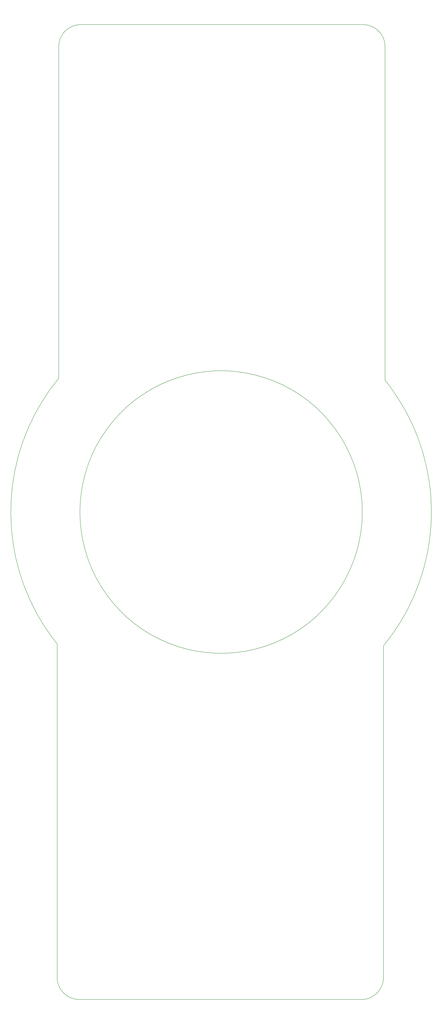
<source format=gm1>
%FSTAX44Y44*%
%MOMM*%
%SFA1B1*%

%IPPOS*%
%ADD11C,0.250000*%
%ADD18C,0.253999*%
%LNpcb1-1*%
%LPD*%
G54D11*
X-0052882Y044277D02*
X01475902D01*
X01632461Y01911477D02*
Y0427114D01*
X-00678808Y01925142D02*
Y04277711D01*
X-00533491Y-02472299D02*
X01471231D01*
X01621219Y00030175D02*
Y-02322311D01*
X-00690051Y00044395D02*
Y-02315739D01*
G54D18*
X01471219Y00977699D02*
D01*
X01468783Y01047456*
X01461488Y01116873*
X01449367Y01185611*
X01432481Y01253337*
X01410912Y01319719*
X01384765Y01384436*
X01354167Y01447171*
X01319267Y01507619*
X01280236Y01565485*
X01237264Y01620487*
X01190559Y01672358*
X0114035Y01720844*
X01086881Y0176571*
X01030412Y01806737*
X00971219Y01843725*
X00909591Y01876493*
X00845826Y01904883*
X00780236Y01928756*
X00713141Y01947995*
X00644868Y01962507*
X00575748Y01972221*
X00506119Y0197709*
X0043632*
X00366691Y01972221*
X00297571Y01962507*
X00229297Y01947995*
X00162202Y01928756*
X00096613Y01904883*
X00032848Y01876493*
X-00028779Y01843725*
X-00087972Y01806737*
X-00144441Y0176571*
X-0019791Y01720844*
X-00248119Y01672358*
X-00294824Y01620487*
X-00337796Y01565485*
X-00376828Y01507619*
X-00411727Y01447171*
X-00442325Y01384436*
X-00468472Y01319719*
X-00490041Y01253337*
X-00506927Y01185611*
X-00519047Y01116873*
X-00526343Y01047456*
X-00528779Y00977699*
X-00526343Y00907943*
X-00519047Y00838526*
X-00506927Y00769788*
X-00490041Y00702062*
X-00468472Y00635679*
X-00442325Y00570963*
X-00411727Y00508228*
X-00376828Y0044778*
X-00337796Y00389914*
X-00294824Y00334912*
X-00248119Y00283041*
X-0019791Y00234555*
X-00144441Y00189689*
X-00087972Y00148662*
X-00028779Y00111674*
X00032848Y00078905*
X00096613Y00050516*
X00162202Y00026643*
X00229297Y00007404*
X00297571Y-00007107*
X00366691Y-00016821*
X0043632Y-0002169*
X00506119*
X00575748Y-00016821*
X00644868Y-00007107*
X00713141Y00007404*
X00780236Y00026643*
X00845826Y00050516*
X00909591Y00078905*
X00971219Y00111674*
X01030412Y00148662*
X01086881Y00189689*
X0114035Y00234555*
X01190559Y00283041*
X01237264Y00334912*
X01280236Y00389914*
X01319267Y0044778*
X01354167Y00508228*
X01384765Y00570963*
X01410912Y00635679*
X01432481Y00702062*
X01449367Y00769788*
X01461488Y00838526*
X01468783Y00907943*
X01471219Y00977699*
X01621166Y00030218D02*
D01*
X01684458Y00112743*
X01741839Y00199481*
X0179303Y00290011*
X0183778Y00383891*
X01875874Y00480664*
X01907123Y00579858*
X01931378Y00680991*
X01948518Y00783569*
X01958461Y00887093*
X01961159Y00991058*
X01956598Y01094959*
X019448Y01198288*
X01925823Y01300542*
X01899759Y01401224*
X01866735Y01499842*
X01826913Y01595917*
X01780486Y01688979*
X01727681Y01778576*
X01668754Y01864272*
X01632343Y0191145*
X-00678779Y01925118D02*
D01*
X-00742067Y01842591*
X-00799443Y01755849*
X-00850629Y01665317*
X-00895374Y01571434*
X-00933462Y01474659*
X-00964707Y01375463*
X-00988956Y01274329*
X-0100609Y0117175*
X-01016028Y01068225*
X-0101872Y00964259*
X-01014153Y00860359*
X-0100235Y0075703*
X-00983367Y00654777*
X-00957298Y00554097*
X-00924269Y0045548*
X-00884441Y00359408*
X-00838009Y00266348*
X-00785199Y00176754*
X-00726267Y00091062*
X-00690179Y00044292*
X-00522408Y04427748D02*
D01*
X-00533318Y04427367*
X-00544175Y04426226*
X-00554926Y04424331*
X-00565518Y0442169*
X-005759Y04418316*
X-00586022Y04414227*
X-00595834Y04409441*
X-00605288Y04403983*
X-00614338Y04397879*
X-0062294Y04391158*
X-00631053Y04383853*
X-00638636Y04376*
X-00645653Y04367638*
X-0065207Y04358806*
X-00657855Y04349548*
X-0066298Y0433991*
X-0066742Y04329937*
X-00671154Y04319679*
X-00674163Y04309185*
X-00676432Y04298507*
X-00677952Y04287697*
X-00678713Y04276807*
X-00678808Y04271348*
X01632461Y0427114D02*
D01*
X0163208Y0428205*
X01630939Y04292907*
X01629044Y04303658*
X01626403Y0431425*
X01623029Y04324632*
X0161894Y04334754*
X01614154Y04344566*
X01608696Y0435402*
X01602592Y0436307*
X01595871Y04371672*
X01588566Y04379785*
X01580713Y04387368*
X01572351Y04394385*
X01563519Y04400802*
X01554261Y04406587*
X01544623Y04411712*
X0153465Y04416152*
X01524392Y04419886*
X01513898Y04422895*
X0150322Y04425164*
X0149241Y04426684*
X0148152Y04427445*
X01476061Y0442754*
X01464819Y-02472347D02*
D01*
X01475729Y-02471966*
X01486586Y-02470825*
X01497337Y-0246893*
X01507929Y-02466289*
X01518311Y-02462915*
X01528433Y-02458826*
X01538245Y-0245404*
X01547699Y-02448582*
X01556749Y-02442478*
X01565351Y-02435757*
X01573464Y-02428452*
X01581047Y-02420599*
X01588064Y-02412237*
X01594481Y-02403405*
X01600266Y-02394147*
X01605391Y-02384509*
X01609831Y-02374536*
X01613565Y-02364278*
X01616574Y-02353784*
X01618843Y-02343106*
X01620363Y-02332296*
X01621124Y-02321406*
X01621219Y-02315947*
X-0069005Y-02315739D02*
D01*
X-00689669Y-02326649*
X-00688528Y-02337506*
X-00686633Y-02348257*
X-00683992Y-02358849*
X-00680618Y-02369231*
X-00676529Y-02379353*
X-00671743Y-02389165*
X-00666285Y-02398619*
X-00660181Y-02407669*
X-0065346Y-02416271*
X-00646155Y-02424384*
X-00638303Y-02431967*
X-0062994Y-02438984*
X-00621108Y-02445401*
X-0061185Y-02451186*
X-00602212Y-02456311*
X-00592239Y-02460751*
X-00581981Y-02464485*
X-00571487Y-02467494*
X-00560809Y-02469763*
X-00549999Y-02471283*
X-00539109Y-02472044*
X-0053365Y-02472139*
M02*
</source>
